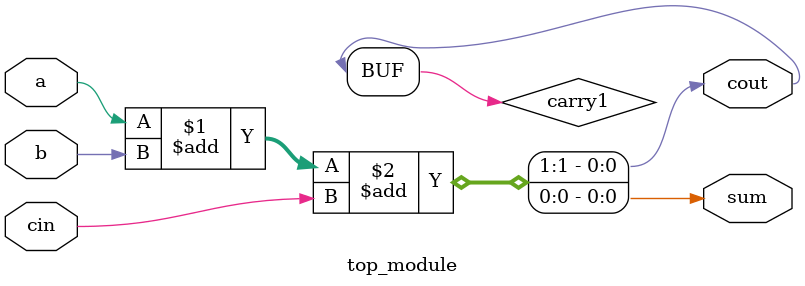
<source format=sv>
module top_module (
    input a,
    input b,
    input cin,
    output cout,
    output sum
);

    wire carry1, carry2, carry3;

    assign {carry1, sum} = a + b + cin;
    assign cout = carry1;

endmodule

</source>
